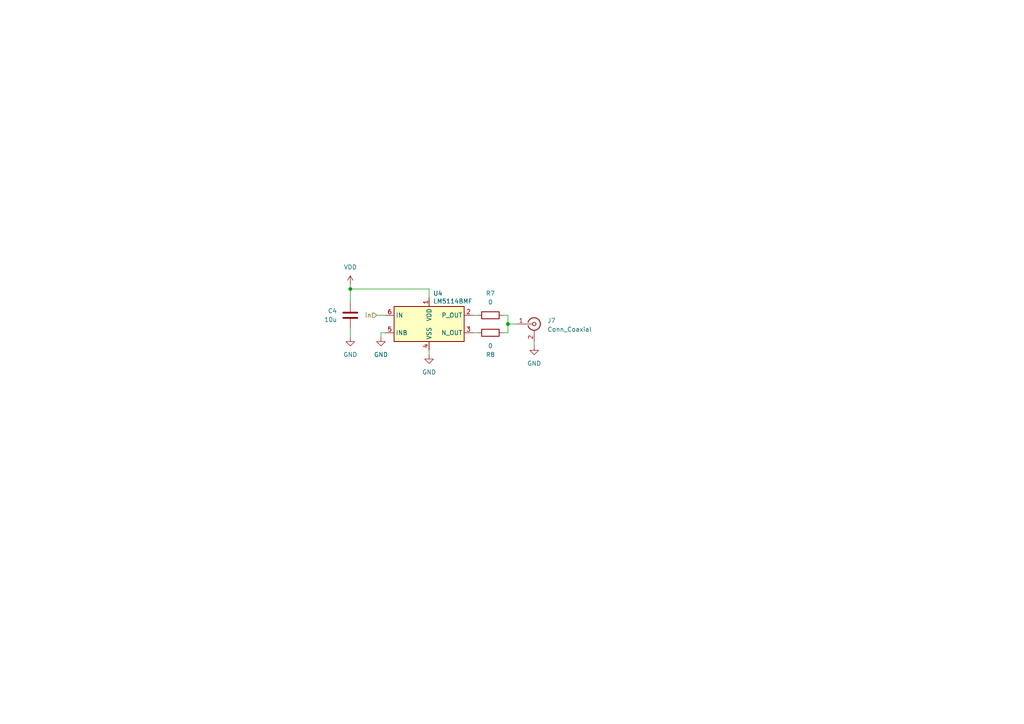
<source format=kicad_sch>
(kicad_sch (version 20231120) (generator "eeschema") (generator_version "8.0")
  (paper "A4")
  (title_block (title "SoC Drawer PMOD Buffer") (date "2024-03-08") (rev "1") (company "Jacob Feder"))
  (lib_symbols
    (symbol "Connector:Conn_Coaxial" (pin_names (offset 1.016) hide)
      (property "Reference" "J" (at 0.254 3.048 0))
      (property "Value" "Conn_Coaxial" (at 2.921 0 90))
      (symbol "Conn_Coaxial_0_1"
        (arc (start -1.778 -0.508) (mid 0.2311 -1.8066) (end 1.778 0) (stroke (width 0.254)))
        (polyline (pts (xy -2.54 0) (xy -0.508 0)))
        (polyline (pts (xy 0 -2.54) (xy 0 -1.778)))
        (circle (center 0 0) (radius 0.508) (stroke (width 0.2032)))
        (arc (start 1.778 0) (mid 0.2099 1.8101) (end -1.778 0.508) (stroke (width 0.254)))
      )
      (symbol "Conn_Coaxial_1_1"
        (pin passive line (at -5.08 0 0) (length 2.54) (name "In") (number "1"))
        (pin passive line (at 0 -5.08 90) (length 2.54) (name "Ext") (number "2"))
      )
    )
    (symbol "Device:C" (pin_numbers hide) (pin_names (offset 0.254))
      (property "Reference" "C" (at 0.635 2.54 0))
      (property "Value" "C" (at 0.635 -2.54 0))
      (symbol "C_0_1"
        (polyline (pts (xy -2.032 -0.762) (xy 2.032 -0.762)) (stroke (width 0.508)))
        (polyline (pts (xy -2.032 0.762) (xy 2.032 0.762)) (stroke (width 0.508)))
      )
      (symbol "C_1_1"
        (pin passive line (at 0 3.81 270) (length 2.794) (name "~") (number "1"))
        (pin passive line (at 0 -3.81 90) (length 2.794) (name "~") (number "2"))
      )
    )
    (symbol "Device:R" (pin_numbers hide) (pin_names (offset 0))
      (property "Reference" "R" (at 2.032 0 90))
      (property "Value" "R" (at 0 0 90))
      (symbol "R_0_1"
        (rectangle (start -1.016 -2.54) (end 1.016 2.54) (stroke (width 0.254)))
      )
      (symbol "R_1_1"
        (pin passive line (at 0 3.81 270) (length 1.27) (name "~") (number "1"))
        (pin passive line (at 0 -3.81 90) (length 1.27) (name "~") (number "2"))
      )
    )
    (symbol "Driver_FET:LM5114xMF"
      (property "Reference" "U" (at 2.54 8.89 0))
      (property "Value" "LM5114xMF" (at 7.366 6.604 0))
      (symbol "LM5114xMF_0_1"
        (rectangle (start -10.16 5.08) (end 10.16 -5.08) (stroke (width 0.254)) (fill (type background)))
      )
      (symbol "LM5114xMF_1_1"
        (pin power_in line (at 0 7.62 270) (length 2.54) (name "VDD") (number "1"))
        (pin output line (at 12.7 2.54 180) (length 2.54) (name "P_OUT") (number "2"))
        (pin passive line (at 12.7 -2.54 180) (length 2.54) (name "N_OUT") (number "3"))
        (pin power_in line (at 0 -7.62 90) (length 2.54) (name "VSS") (number "4"))
        (pin input line (at -12.7 -2.54 0) (length 2.54) (name "INB") (number "5"))
        (pin input line (at -12.7 2.54 0) (length 2.54) (name "IN") (number "6"))
      )
    )
    (symbol "power:GND" (power) (pin_names (offset 0))
      (property "Value" "GND" (at 0 -3.81 0))
      (symbol "GND_0_1"
        (polyline (pts (xy 0 0) (xy 0 -1.27) (xy 1.27 -1.27) (xy 0 -2.54) (xy -1.27 -1.27) (xy 0 -1.27)))
      )
      (symbol "GND_1_1"
        (pin power_in line (at 0 0 270) (length 0) hide (name "GND") (number "1"))
      )
    )
    (symbol "power:VDD" (power) (pin_names (offset 0))
      (property "Value" "VDD" (at 0 3.81 0))
      (symbol "VDD_0_1"
        (polyline (pts (xy -0.762 1.27) (xy 0 2.54)))
        (polyline (pts (xy 0 0) (xy 0 2.54)))
        (polyline (pts (xy 0 2.54) (xy 0.762 1.27)))
      )
      (symbol "VDD_1_1"
        (pin power_in line (at 0 0 90) (length 0) hide (name "VDD") (number "1"))
      )
    )
  )
  (junction (at 101.6 83.82))
  (junction (at 147.32 93.98))
  (wire (pts (xy 137.16 91.44) (xy 138.43 91.44)))
  (wire (pts (xy 154.94 99.06) (xy 154.94 100.33)))
  (wire (pts (xy 124.46 101.6) (xy 124.46 102.87)))
  (wire (pts (xy 111.76 96.52) (xy 110.49 96.52)))
  (wire (pts (xy 109.22 91.44) (xy 111.76 91.44)))
  (wire (pts (xy 146.05 96.52) (xy 147.32 96.52)))
  (wire (pts (xy 101.6 95.25) (xy 101.6 97.79)))
  (wire (pts (xy 146.05 91.44) (xy 147.32 91.44)))
  (wire (pts (xy 110.49 96.52) (xy 110.49 97.79)))
  (wire (pts (xy 147.32 91.44) (xy 147.32 93.98)))
  (wire (pts (xy 101.6 83.82) (xy 101.6 87.63)))
  (wire (pts (xy 101.6 82.55) (xy 101.6 83.82)))
  (wire (pts (xy 137.16 96.52) (xy 138.43 96.52)))
  (wire (pts (xy 147.32 93.98) (xy 147.32 96.52)))
  (wire (pts (xy 147.32 93.98) (xy 149.86 93.98)))
  (wire (pts (xy 101.6 83.82) (xy 124.46 83.82)))
  (wire (pts (xy 124.46 83.82) (xy 124.46 86.36)))
  (hierarchical_label "in" (shape input) (at 109.22 91.44 180))
  (symbol (lib_id "power:GND") (at 110.49 97.79 0) (unit 1)
    (property "Reference" "#PWR09" (effects (hide yes)))
    (property "Value" "GND" (at 110.49 102.87 0))
    (property "Description" "Power symbol creates a global label with name \"GND\" , ground" (effects (hide yes)))
    (instances (project "soc_drawer_pmod_buffer_4r" (path "" (reference "#PWR024") (unit 1)) (path "" (reference "#PWR019") (unit 1)) (path "" (reference "#PWR034") (unit 1)) (path "" (reference "#PWR044") (unit 1)) (path "" (reference "#PWR09") (unit 1)) (path "" (reference "#PWR014") (unit 1)) (path "" (reference "#PWR039") (unit 1)) (path "" (reference "#PWR029") (unit 1))))
  )
  (symbol (lib_id "Device:R") (at 142.24 96.52 90) (mirror x) (unit 1)
    (property "Reference" "R2" (at 142.24 102.87 90))
    (property "Value" "0" (at 142.24 100.33 90))
    (property "Footprint" "Resistor_SMD:R_0805_2012Metric" (effects (hide yes)))
    (property "Description" "Resistor" (effects (hide yes)))
    (property "MF" "YAGEO" (effects (hide yes)))
    (property "MFPN" "RC0805FR-070RL" (effects (hide yes)))
    (property "DKPN" "311-0.0CRCT-ND" (effects (hide yes)))
    (instances (project "soc_drawer_pmod_buffer_4r" (path "" (reference "R8") (unit 1)) (path "" (reference "R6") (unit 1)) (path "" (reference "R12") (unit 1)) (path "" (reference "R16") (unit 1)) (path "" (reference "R2") (unit 1)) (path "" (reference "R4") (unit 1)) (path "" (reference "R14") (unit 1)) (path "" (reference "R10") (unit 1))))
  )
  (symbol (lib_id "power:GND") (at 124.46 102.87 0) (unit 1)
    (property "Reference" "#PWR010" (effects (hide yes)))
    (property "Value" "GND" (at 124.46 107.95 0))
    (property "Description" "Power symbol creates a global label with name \"GND\" , ground" (effects (hide yes)))
    (instances (project "soc_drawer_pmod_buffer_4r" (path "" (reference "#PWR025") (unit 1)) (path "" (reference "#PWR020") (unit 1)) (path "" (reference "#PWR035") (unit 1)) (path "" (reference "#PWR045") (unit 1)) (path "" (reference "#PWR010") (unit 1)) (path "" (reference "#PWR015") (unit 1)) (path "" (reference "#PWR040") (unit 1)) (path "" (reference "#PWR030") (unit 1))))
  )
  (symbol (lib_id "Device:C") (at 101.6 91.44 0) (mirror y) (unit 1)
    (property "Reference" "C1" (at 97.79 90.1699 0) (effects (justify left)))
    (property "Value" "10u" (at 97.79 92.7099 0) (effects (justify left)))
    (property "Footprint" "Capacitor_SMD:C_0805_2012Metric" (effects (hide yes)))
    (property "Description" "Unpolarized capacitor" (effects (hide yes)))
    (property "MF" "YAGEO" (effects (hide yes)))
    (property "MFPN" "CC0805KFX7R6BB106" (effects (hide yes)))
    (property "DKPN" "13-CC0805KFX7R6BB106CT-ND" (effects (hide yes)))
    (instances (project "soc_drawer_pmod_buffer_4r" (path "" (reference "C4") (unit 1)) (path "" (reference "C3") (unit 1)) (path "" (reference "C6") (unit 1)) (path "" (reference "C8") (unit 1)) (path "" (reference "C1") (unit 1)) (path "" (reference "C2") (unit 1)) (path "" (reference "C7") (unit 1)) (path "" (reference "C5") (unit 1))))
  )
  (symbol (lib_id "power:GND") (at 154.94 100.33 0) (unit 1)
    (property "Reference" "#PWR011" (effects (hide yes)))
    (property "Value" "GND" (at 154.94 105.41 0))
    (property "Description" "Power symbol creates a global label with name \"GND\" , ground" (effects (hide yes)))
    (instances (project "soc_drawer_pmod_buffer_4r" (path "" (reference "#PWR026") (unit 1)) (path "" (reference "#PWR021") (unit 1)) (path "" (reference "#PWR036") (unit 1)) (path "" (reference "#PWR046") (unit 1)) (path "" (reference "#PWR011") (unit 1)) (path "" (reference "#PWR016") (unit 1)) (path "" (reference "#PWR041") (unit 1)) (path "" (reference "#PWR031") (unit 1))))
  )
  (symbol (lib_id "power:VDD") (at 101.6 82.55 0) (unit 1)
    (property "Reference" "#PWR07" (effects (hide yes)))
    (property "Value" "VDD" (at 101.6 77.47 0))
    (property "Description" "Power symbol creates a global label with name \"VDD\"" (effects (hide yes)))
    (instances (project "soc_drawer_pmod_buffer_4r" (path "" (reference "#PWR022") (unit 1)) (path "" (reference "#PWR017") (unit 1)) (path "" (reference "#PWR032") (unit 1)) (path "" (reference "#PWR042") (unit 1)) (path "" (reference "#PWR07") (unit 1)) (path "" (reference "#PWR012") (unit 1)) (path "" (reference "#PWR037") (unit 1)) (path "" (reference "#PWR027") (unit 1))))
  )
  (symbol (lib_id "Device:R") (at 142.24 91.44 90) (unit 1)
    (property "Reference" "R1" (at 142.24 85.09 90))
    (property "Value" "0" (at 142.24 87.63 90))
    (property "Footprint" "Resistor_SMD:R_0805_2012Metric" (effects (hide yes)))
    (property "Description" "Resistor" (effects (hide yes)))
    (property "MF" "YAGEO" (effects (hide yes)))
    (property "MFPN" "RC0805FR-070RL" (effects (hide yes)))
    (property "DKPN" "311-0.0CRCT-ND" (effects (hide yes)))
    (instances (project "soc_drawer_pmod_buffer_4r" (path "" (reference "R7") (unit 1)) (path "" (reference "R5") (unit 1)) (path "" (reference "R11") (unit 1)) (path "" (reference "R15") (unit 1)) (path "" (reference "R1") (unit 1)) (path "" (reference "R3") (unit 1)) (path "" (reference "R13") (unit 1)) (path "" (reference "R9") (unit 1))))
  )
  (symbol (lib_id "Driver_FET:LM5114xMF") (at 124.46 93.98 0) (unit 1)
    (property "Reference" "U1" (at 127 85.09 0))
    (property "Value" "LM5114BMF" (at 131.318 87.376 0))
    (property "Footprint" "Package_TO_SOT_SMD:SOT-23-6" (effects (hide yes)))
    (property "Datasheet" "https://www.ti.com/lit/ds/symlink/lm5114.pdf" (effects (hide yes)))
    (property "Description" "Single 7.6-A Peak Current Low-Side Gate Driver" (effects (hide yes)))
    (property "MF" "Texas Instruments" (effects (hide yes)))
    (property "MFPN" "LM5114BMF/NOPB" (effects (hide yes)))
    (property "DKPN" "LM5114BMF/NOPBCT-ND" (effects (hide yes)))
    (instances (project "soc_drawer_pmod_buffer_4r" (path "" (reference "U4") (unit 1)) (path "" (reference "U3") (unit 1)) (path "" (reference "U6") (unit 1)) (path "" (reference "U8") (unit 1)) (path "" (reference "U1") (unit 1)) (path "" (reference "U2") (unit 1)) (path "" (reference "U7") (unit 1)) (path "" (reference "U5") (unit 1))))
  )
  (symbol (lib_id "Connector:Conn_Coaxial") (at 154.94 93.98 0) (unit 1)
    (property "Reference" "J4" (at 158.75 93.0031 0) (effects (justify left)))
    (property "Value" "Conn_Coaxial" (at 158.75 95.5431 0) (effects (justify left)))
    (property "Footprint" "Connector_Coaxial:SMA_Amphenol_132134_Vertical" (effects (hide yes)))
    (property "Datasheet" " ~" (effects (hide yes)))
    (property "Description" "coaxial connector (BNC, SMA, SMB, SMC, Cinch/RCA, LEMO, ...)" (effects (hide yes)))
    (property "MF" "Taoglas Limited" (effects (hide yes)))
    (property "MFPN" "PCB.114SMAFSTJ.A" (effects (hide yes)))
    (property "DKPN" "931-PCB.114SMAFSTJ.A-ND" (effects (hide yes)))
    (instances (project "soc_drawer_pmod_buffer_4r" (path "" (reference "J7") (unit 1)) (path "" (reference "J6") (unit 1)) (path "" (reference "J9") (unit 1)) (path "" (reference "J11") (unit 1)) (path "" (reference "J4") (unit 1)) (path "" (reference "J5") (unit 1)) (path "" (reference "J10") (unit 1)) (path "" (reference "J8") (unit 1))))
  )
  (symbol (lib_id "power:GND") (at 101.6 97.79 0) (unit 1)
    (property "Reference" "#PWR08" (effects (hide yes)))
    (property "Value" "GND" (at 101.6 102.87 0))
    (property "Description" "Power symbol creates a global label with name \"GND\" , ground" (effects (hide yes)))
    (instances (project "soc_drawer_pmod_buffer_4r" (path "" (reference "#PWR023") (unit 1)) (path "" (reference "#PWR018") (unit 1)) (path "" (reference "#PWR033") (unit 1)) (path "" (reference "#PWR043") (unit 1)) (path "" (reference "#PWR08") (unit 1)) (path "" (reference "#PWR013") (unit 1)) (path "" (reference "#PWR038") (unit 1)) (path "" (reference "#PWR028") (unit 1))))
  )
)
</source>
